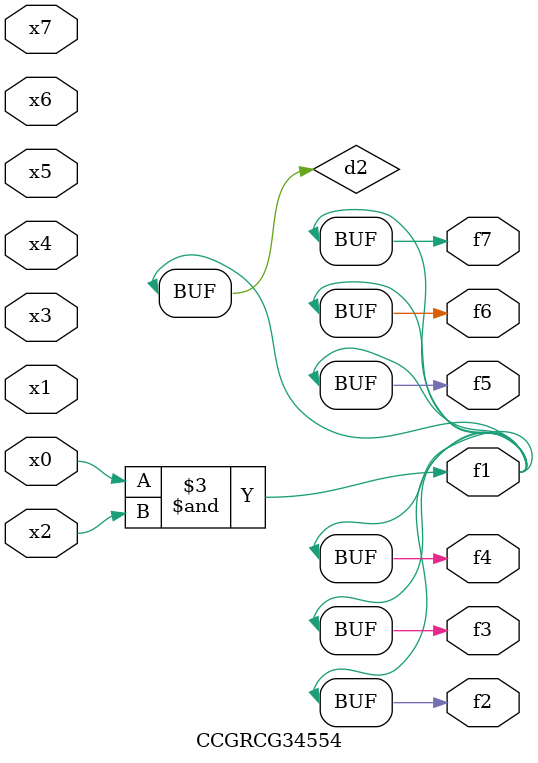
<source format=v>
module CCGRCG34554(
	input x0, x1, x2, x3, x4, x5, x6, x7,
	output f1, f2, f3, f4, f5, f6, f7
);

	wire d1, d2;

	nor (d1, x3, x6);
	and (d2, x0, x2);
	assign f1 = d2;
	assign f2 = d2;
	assign f3 = d2;
	assign f4 = d2;
	assign f5 = d2;
	assign f6 = d2;
	assign f7 = d2;
endmodule

</source>
